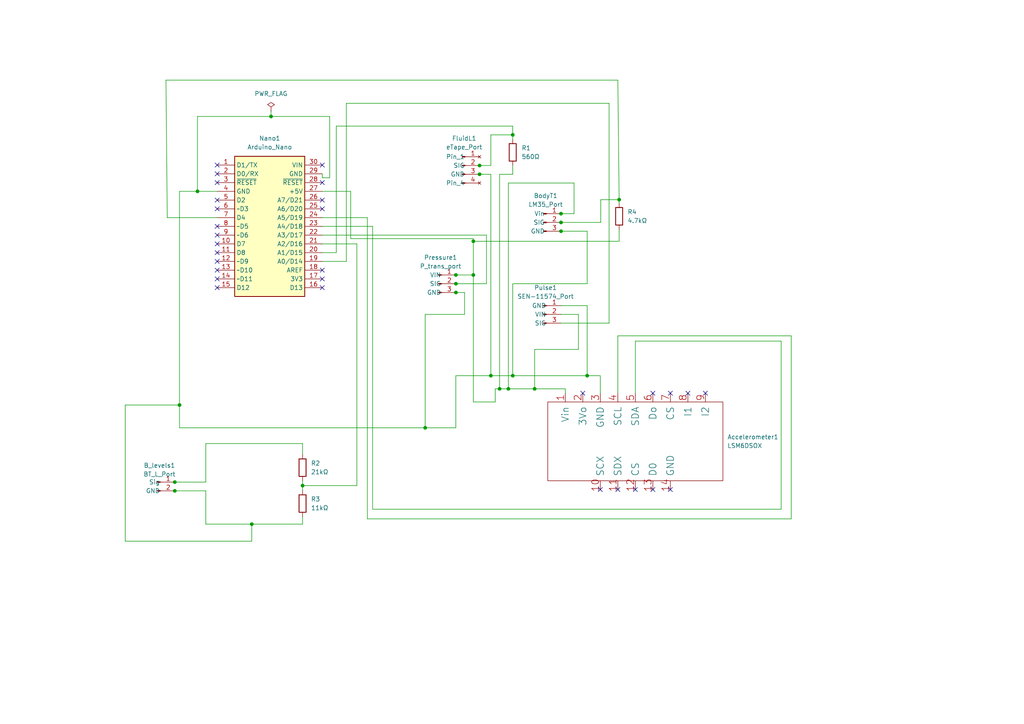
<source format=kicad_sch>
(kicad_sch (version 20211123) (generator eeschema)
  (paper "A4")
  (title_block (title "Sensor Node Schematic "))
  (lib_symbols
    (symbol "Arduino:Arduino_Nano"
      (property "Reference" "U" (at -10.16 24.13 0))
      (property "Value" "Arduino_Nano" (at -10.16 22.86 0))
      (symbol "Arduino_Nano_0_1"
        (rectangle (start -10.16 20.32) (end 10.16 -20.32) (stroke (width 0.254)) (fill (type background)))
      )
      (symbol "Arduino_Nano_1_1"
        (pin bidirectional line (at -15.24 17.78 0) (length 5.08) (name "D1/TX") (number "1"))
        (pin bidirectional line (at -15.24 -5.08 0) (length 5.08) (name "D7") (number "10"))
        (pin bidirectional line (at -15.24 -7.62 0) (length 5.08) (name "D8") (number "11"))
        (pin bidirectional line (at -15.24 -10.16 0) (length 5.08) (name "~D9") (number "12"))
        (pin bidirectional line (at -15.24 -12.7 0) (length 5.08) (name "~D10") (number "13"))
        (pin bidirectional line (at -15.24 -15.24 0) (length 5.08) (name "~D11") (number "14"))
        (pin bidirectional line (at -15.24 -17.78 0) (length 5.08) (name "D12") (number "15"))
        (pin bidirectional line (at 15.24 -17.78 180) (length 5.08) (name "D13") (number "16"))
        (pin power_out line (at 15.24 -15.24 180) (length 5.08) (name "3V3") (number "17"))
        (pin input line (at 15.24 -12.7 180) (length 5.08) (name "AREF") (number "18"))
        (pin bidirectional line (at 15.24 -10.16 180) (length 5.08) (name "A0/D14") (number "19"))
        (pin bidirectional line (at -15.24 15.24 0) (length 5.08) (name "D0/RX") (number "2"))
        (pin bidirectional line (at 15.24 -7.62 180) (length 5.08) (name "A1/D15") (number "20"))
        (pin bidirectional line (at 15.24 -5.08 180) (length 5.08) (name "A2/D16") (number "21"))
        (pin bidirectional line (at 15.24 -2.54 180) (length 5.08) (name "A3/D17") (number "22"))
        (pin bidirectional line (at 15.24 0 180) (length 5.08) (name "A4/D18") (number "23"))
        (pin bidirectional line (at 15.24 2.54 180) (length 5.08) (name "A5/D19") (number "24"))
        (pin bidirectional line (at 15.24 5.08 180) (length 5.08) (name "A6/D20") (number "25"))
        (pin bidirectional line (at 15.24 7.62 180) (length 5.08) (name "A7/D21") (number "26"))
        (pin power_out line (at 15.24 10.16 180) (length 5.08) (name "+5V") (number "27"))
        (pin input line (at 15.24 12.7 180) (length 5.08) (name "~{RESET}") (number "28"))
        (pin power_in line (at 15.24 15.24 180) (length 5.08) (name "GND") (number "29"))
        (pin input line (at -15.24 12.7 0) (length 5.08) (name "~{RESET}") (number "3"))
        (pin power_in line (at 15.24 17.78 180) (length 5.08) (name "VIN") (number "30"))
        (pin power_in line (at -15.24 10.16 0) (length 5.08) (name "GND") (number "4"))
        (pin bidirectional line (at -15.24 7.62 0) (length 5.08) (name "D2") (number "5"))
        (pin bidirectional line (at -15.24 5.08 0) (length 5.08) (name "~D3") (number "6"))
        (pin bidirectional line (at -15.24 2.54 0) (length 5.08) (name "D4") (number "7"))
        (pin bidirectional line (at -15.24 0 0) (length 5.08) (name "~D5") (number "8"))
        (pin bidirectional line (at -15.24 -2.54 0) (length 5.08) (name "~D6") (number "9"))
      )
    )
    (symbol "Device:R" (pin_numbers hide) (pin_names (offset 0))
      (property "Reference" "R" (at 2.032 0 90))
      (property "Value" "R" (at 0 0 90))
      (symbol "R_0_1"
        (rectangle (start -1.016 -2.54) (end 1.016 2.54) (stroke (width 0.254)))
      )
      (symbol "R_1_1"
        (pin passive line (at 0 3.81 270) (length 1.27) (name "~") (number "1"))
        (pin passive line (at 0 -3.81 90) (length 1.27) (name "~") (number "2"))
      )
    )
    (symbol "My Schematic library:BT_L_Port"
      (property "Reference" "B_levels" (at 0 2.54 0))
      (property "Value" "BT_L_Port" (at 0 0 0))
      (symbol "BT_L_Port_1_1"
        (polyline (pts (xy 1.6764 -5.207) (xy 1.27 -5.207)) (stroke (width 0.1524)))
        (polyline (pts (xy 1.6764 -2.667) (xy 1.27 -2.667)) (stroke (width 0.1524)))
        (rectangle (start 1.27 -5.08) (end 0.4064 -5.334) (stroke (width 0.1524)) (fill (type outline)))
        (rectangle (start 1.27 -2.54) (end 0.4064 -2.794) (stroke (width 0.1524)) (fill (type outline)))
        (pin passive line (at 5.4864 -2.667 180) (length 3.81) (name "Sig") (number "1"))
        (pin power_in line (at 5.4864 -5.207 180) (length 3.81) (name "GND") (number "2"))
      )
    )
    (symbol "My Schematic library:LM35_Port" (pin_names (offset 0.9))
      (property "Reference" "BodyT" (at -2.54 5.08 0))
      (property "Value" "LM35_Port" (at 7.62 -5.08 0))
      (symbol "LM35_Port_1_1"
        (rectangle (start 0 -2.54) (end -0.8636 -2.794) (stroke (width 0.1524)) (fill (type outline)))
        (rectangle (start 0 0) (end -0.8636 -0.254) (stroke (width 0.1524)) (fill (type outline)))
        (polyline (pts (xy 0.4064 -2.667) (xy 0 -2.667)) (stroke (width 0.1524)))
        (polyline (pts (xy 0.4064 -0.127) (xy 0 -0.127)) (stroke (width 0.1524)))
        (polyline (pts (xy 0.4064 2.413) (xy 0 2.413)) (stroke (width 0.1524)))
        (rectangle (start 0 2.54) (end -0.8636 2.286) (stroke (width 0.1524)) (fill (type outline)))
        (pin power_in line (at 4.2164 2.413 180) (length 3.81) (name "Vin") (number "1"))
        (pin passive line (at 4.2164 -0.127 180) (length 3.81) (name "SIG") (number "2"))
        (pin power_in line (at 4.2164 -2.667 180) (length 3.81) (name "GND") (number "3"))
      )
    )
    (symbol "My Schematic library:LSM6DSOX" (pin_names (offset 1.27))
      (property "Reference" "U" (at -22.86 12.7 0))
      (property "Value" "LSM6DSOX" (at 20.32 -15.24 0))
      (symbol "LSM6DSOX_0_1"
        (rectangle (start -22.86 10.16) (end 27.94 -12.7))
      )
      (symbol "LSM6DSOX_1_1"
        (pin power_in line (at -17.78 12.7 270) (length 2.54) (name "Vin") (number "1"))
        (pin input line (at -7.62 -15.24 90) (length 2.54) (name "SCX") (number "10"))
        (pin bidirectional line (at -2.54 -15.24 90) (length 2.54) (name "SDX") (number "11"))
        (pin input line (at 2.54 -15.24 90) (length 2.54) (name "CS") (number "12"))
        (pin input line (at 7.62 -15.24 90) (length 2.54) (name "D0") (number "13"))
        (pin input line (at 12.7 -15.24 90) (length 2.54) (name "GND") (number "14"))
        (pin power_in line (at -12.7 12.7 270) (length 2.54) (name "3Vo") (number "2"))
        (pin power_in line (at -7.62 12.7 270) (length 2.54) (name "GND") (number "3"))
        (pin input line (at -2.54 12.7 270) (length 2.54) (name "SCL") (number "4"))
        (pin bidirectional line (at 2.54 12.7 270) (length 2.54) (name "SDA") (number "5"))
        (pin input line (at 7.62 12.7 270) (length 2.54) (name "Do") (number "6"))
        (pin input line (at 12.7 12.7 270) (length 2.54) (name "CS") (number "7"))
        (pin input line (at 17.78 12.7 270) (length 2.54) (name "I1") (number "8"))
        (pin input line (at 22.86 12.7 270) (length 2.54) (name "I2") (number "9"))
      )
    )
    (symbol "My Schematic library:P_trans_port"
      (property "Reference" "U" (at -5.08 5.08 0))
      (property "Value" "P_trans_port" (at 5.08 -5.08 0))
      (symbol "P_trans_port_1_1"
        (rectangle (start 0 -2.54) (end -0.8636 -2.794) (stroke (width 0.1524)) (fill (type outline)))
        (rectangle (start 0 0) (end -0.8636 -0.254) (stroke (width 0.1524)) (fill (type outline)))
        (polyline (pts (xy 0.4064 -2.667) (xy 0 -2.667)) (stroke (width 0.1524)))
        (polyline (pts (xy 0.4064 -0.127) (xy 0 -0.127)) (stroke (width 0.1524)))
        (polyline (pts (xy 0.4064 2.413) (xy 0 2.413)) (stroke (width 0.1524)))
        (rectangle (start 0 2.54) (end -0.8636 2.286) (stroke (width 0.1524)) (fill (type outline)))
        (pin power_in line (at 4.2164 2.413 180) (length 3.81) (name "VIN") (number "1"))
        (pin bidirectional line (at 4.2164 -0.127 180) (length 3.81) (name "SIG") (number "2"))
        (pin power_in line (at 4.2164 -2.667 180) (length 3.81) (name "GND") (number "3"))
      )
    )
    (symbol "My Schematic library:SEN-11574_Port"
      (property "Reference" "Pulse1" (at -0.2286 7.62 0))
      (property "Value" "SEN-11574_Port" (at -0.2286 5.08 0))
      (symbol "SEN-11574_Port_1_1"
        (rectangle (start 0 -2.54) (end -0.8636 -2.794) (stroke (width 0.1524)) (fill (type outline)))
        (rectangle (start 0 0) (end -0.8636 -0.254) (stroke (width 0.1524)) (fill (type outline)))
        (polyline (pts (xy 0.4064 -2.667) (xy 0 -2.667)) (stroke (width 0.1524)))
        (polyline (pts (xy 0.4064 -0.127) (xy 0 -0.127)) (stroke (width 0.1524)))
        (polyline (pts (xy 0.4064 2.413) (xy 0 2.413)) (stroke (width 0.1524)))
        (rectangle (start 0 2.54) (end -0.8636 2.286) (stroke (width 0.1524)) (fill (type outline)))
        (pin power_in line (at 4.2164 2.413 180) (length 3.81) (name "GND") (number "1"))
        (pin power_in line (at 4.2164 -0.127 180) (length 3.81) (name "VIN") (number "2"))
        (pin bidirectional line (at 4.2164 -2.667 180) (length 3.81) (name "SIG") (number "3"))
      )
    )
    (symbol "My Schematic library:eTape_Port"
      (property "Reference" "FluidL1" (at -0.2286 7.62 0))
      (property "Value" "eTape_Port" (at -0.2286 5.08 0))
      (symbol "eTape_Port_1_1"
        (rectangle (start 0 -5.08) (end -0.8636 -5.334) (stroke (width 0.1524)) (fill (type outline)))
        (rectangle (start 0 -2.54) (end -0.8636 -2.794) (stroke (width 0.1524)) (fill (type outline)))
        (rectangle (start 0 0) (end -0.8636 -0.254) (stroke (width 0.1524)) (fill (type outline)))
        (polyline (pts (xy 0.4064 -5.207) (xy 0 -5.207)) (stroke (width 0.1524)))
        (polyline (pts (xy 0.4064 -2.667) (xy 0 -2.667)) (stroke (width 0.1524)))
        (polyline (pts (xy 0.4064 -0.127) (xy 0 -0.127)) (stroke (width 0.1524)))
        (polyline (pts (xy 0.4064 2.413) (xy 0 2.413)) (stroke (width 0.1524)))
        (rectangle (start 0 2.54) (end -0.8636 2.286) (stroke (width 0.1524)) (fill (type outline)))
        (pin no_connect line (at 4.2164 2.413 180) (length 3.81) (name "Pin_1") (number "1"))
        (pin passive line (at 4.2164 -0.127 180) (length 3.81) (name "SIG") (number "2"))
        (pin power_in line (at 4.2164 -2.667 180) (length 3.81) (name "GND") (number "3"))
        (pin no_connect line (at 4.2164 -5.207 180) (length 3.81) (name "Pin_4") (number "4"))
      )
    )
    (symbol "power:PWR_FLAG" (power) (pin_numbers hide) (pin_names (offset 0) hide)
      (property "Value" "PWR_FLAG" (at 0 3.81 0))
      (symbol "PWR_FLAG_0_0"
        (pin power_out line (at 0 0 90) (length 0) (name "pwr") (number "1"))
      )
      (symbol "PWR_FLAG_0_1"
        (polyline (pts (xy 0 0) (xy 0 1.27) (xy -1.016 1.905) (xy 0 2.54) (xy 1.016 1.905) (xy 0 1.27)))
      )
    )
  )
  (junction (at 155.067 112.776))
  (junction (at 132.2324 79.756))
  (junction (at 73.025 152.019))
  (junction (at 139.0904 48.006))
  (junction (at 123.317 124.079))
  (junction (at 78.613 33.782))
  (junction (at 50.6984 139.827))
  (junction (at 179.578 57.912))
  (junction (at 132.2324 84.836))
  (junction (at 57.277 55.499))
  (junction (at 132.2324 82.296))
  (junction (at 50.6984 142.367))
  (junction (at 142.367 108.966))
  (junction (at 148.717 108.966))
  (junction (at 170.307 108.966))
  (junction (at 144.907 112.776))
  (junction (at 137.287 79.756))
  (junction (at 147.447 112.776))
  (junction (at 137.287 69.977))
  (junction (at 162.7124 67.056))
  (junction (at 139.0904 50.546))
  (junction (at 87.757 140.843))
  (junction (at 162.7124 64.516))
  (junction (at 148.717 39.116))
  (junction (at 52.07 117.475))
  (junction (at 162.7124 61.976))
  (no_connect (at 93.472 60.579))
  (no_connect (at 62.992 68.199))
  (no_connect (at 62.992 75.819))
  (no_connect (at 62.992 73.279))
  (no_connect (at 62.992 70.739))
  (no_connect (at 62.992 65.659))
  (no_connect (at 62.992 60.579))
  (no_connect (at 62.992 83.439))
  (no_connect (at 62.992 80.899))
  (no_connect (at 62.992 78.359))
  (no_connect (at 169.037 114.046))
  (no_connect (at 194.437 114.046))
  (no_connect (at 199.517 114.046))
  (no_connect (at 204.597 114.046))
  (no_connect (at 189.357 114.046))
  (no_connect (at 93.472 52.959))
  (no_connect (at 93.472 58.039))
  (no_connect (at 62.992 47.879))
  (no_connect (at 62.992 50.419))
  (no_connect (at 62.992 52.959))
  (no_connect (at 93.472 47.879))
  (no_connect (at 62.992 58.039))
  (no_connect (at 93.472 80.899))
  (no_connect (at 93.472 83.439))
  (no_connect (at 93.472 78.359))
  (no_connect (at 189.357 141.986))
  (no_connect (at 194.437 141.986))
  (no_connect (at 174.117 141.986))
  (no_connect (at 179.197 141.986))
  (no_connect (at 184.277 141.986))
  (wire (pts (xy 148.717 108.966) (xy 170.307 108.966)))
  (wire (pts (xy 87.757 140.843) (xy 87.757 142.24)))
  (wire (pts (xy 141.097 82.296) (xy 141.097 68.199)))
  (wire (pts (xy 52.07 55.499) (xy 57.277 55.499)))
  (wire (pts (xy 139.065 48.006) (xy 139.0904 48.006)))
  (wire (pts (xy 147.447 53.086) (xy 147.447 112.776)))
  (wire (pts (xy 87.757 139.446) (xy 87.757 140.843)))
  (wire (pts (xy 132.207 108.966) (xy 142.367 108.966)))
  (wire (pts (xy 73.025 156.972) (xy 36.322 156.972)))
  (wire (pts (xy 162.7124 61.976) (xy 166.497 61.976)))
  (wire (pts (xy 36.322 156.972) (xy 36.322 117.475)))
  (wire (pts (xy 78.613 33.782) (xy 78.613 32.258)))
  (wire (pts (xy 52.07 124.079) (xy 123.317 124.079)))
  (wire (pts (xy 184.277 98.933) (xy 226.568 98.933)))
  (wire (pts (xy 132.2324 84.836) (xy 134.747 84.836)))
  (wire (pts (xy 48.514 63.119) (xy 48.133 23.241)))
  (wire (pts (xy 174.244 57.912) (xy 179.578 57.912)))
  (wire (pts (xy 57.277 55.499) (xy 57.277 33.782)))
  (wire (pts (xy 148.717 50.546) (xy 144.907 50.546)))
  (wire (pts (xy 87.757 128.651) (xy 87.757 131.826)))
  (wire (pts (xy 163.957 112.776) (xy 163.957 114.046)))
  (wire (pts (xy 179.197 23.241) (xy 179.578 57.912)))
  (wire (pts (xy 97.536 73.279) (xy 93.472 73.279)))
  (wire (pts (xy 106.553 150.495) (xy 106.553 63.119)))
  (wire (pts (xy 229.489 97.409) (xy 229.489 150.495)))
  (wire (pts (xy 137.287 69.977) (xy 137.287 79.756)))
  (wire (pts (xy 50.6984 142.367) (xy 59.69 142.367)))
  (wire (pts (xy 50.673 139.827) (xy 50.6984 139.827)))
  (wire (pts (xy 100.457 29.972) (xy 100.457 75.819)))
  (wire (pts (xy 174.117 114.046) (xy 174.117 108.966)))
  (wire (pts (xy 73.025 152.019) (xy 73.025 156.972)))
  (wire (pts (xy 170.307 67.056) (xy 170.307 82.296)))
  (wire (pts (xy 50.6984 139.827) (xy 59.69 139.827)))
  (wire (pts (xy 143.637 112.776) (xy 143.637 116.586)))
  (wire (pts (xy 144.907 50.546) (xy 144.907 112.776)))
  (wire (pts (xy 123.317 91.186) (xy 134.747 91.186)))
  (wire (pts (xy 137.287 79.756) (xy 137.287 116.586)))
  (wire (pts (xy 95.631 51.562) (xy 93.472 51.562)))
  (wire (pts (xy 174.117 108.966) (xy 170.307 108.966)))
  (wire (pts (xy 87.757 140.843) (xy 103.505 140.843)))
  (wire (pts (xy 134.747 84.836) (xy 134.747 91.186)))
  (wire (pts (xy 166.497 53.086) (xy 147.447 53.086)))
  (wire (pts (xy 144.907 112.776) (xy 147.447 112.776)))
  (wire (pts (xy 143.637 112.776) (xy 144.907 112.776)))
  (wire (pts (xy 229.489 150.495) (xy 106.553 150.495)))
  (wire (pts (xy 101.727 69.215) (xy 101.727 55.499)))
  (wire (pts (xy 174.244 64.516) (xy 174.244 57.912)))
  (wire (pts (xy 87.757 152.019) (xy 87.757 149.86)))
  (wire (pts (xy 179.578 57.912) (xy 179.578 58.928)))
  (wire (pts (xy 137.287 69.215) (xy 137.287 69.977)))
  (wire (pts (xy 162.7124 64.516) (xy 174.244 64.516)))
  (wire (pts (xy 59.69 128.651) (xy 87.757 128.651)))
  (wire (pts (xy 148.717 39.116) (xy 148.717 36.576)))
  (wire (pts (xy 93.472 51.562) (xy 93.472 50.419)))
  (wire (pts (xy 52.07 117.475) (xy 52.07 55.499)))
  (wire (pts (xy 170.307 82.296) (xy 148.717 82.296)))
  (wire (pts (xy 59.69 139.827) (xy 59.69 128.651)))
  (wire (pts (xy 132.207 84.836) (xy 132.2324 84.836)))
  (wire (pts (xy 142.367 50.546) (xy 142.367 108.966)))
  (wire (pts (xy 184.277 98.933) (xy 184.277 114.046)))
  (wire (pts (xy 162.687 88.646) (xy 170.307 88.646)))
  (wire (pts (xy 170.307 88.646) (xy 170.307 108.966)))
  (wire (pts (xy 52.07 124.079) (xy 52.07 117.475)))
  (wire (pts (xy 139.065 50.546) (xy 139.0904 50.546)))
  (wire (pts (xy 139.0904 48.006) (xy 142.367 48.006)))
  (wire (pts (xy 162.7124 67.056) (xy 170.307 67.056)))
  (wire (pts (xy 162.687 64.516) (xy 162.7124 64.516)))
  (wire (pts (xy 162.687 61.976) (xy 162.7124 61.976)))
  (wire (pts (xy 97.536 36.576) (xy 148.717 36.576)))
  (wire (pts (xy 148.717 39.116) (xy 148.717 40.386)))
  (wire (pts (xy 50.673 142.367) (xy 50.6984 142.367)))
  (wire (pts (xy 139.0904 50.546) (xy 142.367 50.546)))
  (wire (pts (xy 176.657 29.972) (xy 176.657 93.726)))
  (wire (pts (xy 147.447 112.776) (xy 155.067 112.776)))
  (wire (pts (xy 108.077 65.659) (xy 108.077 147.701)))
  (wire (pts (xy 57.277 33.782) (xy 78.613 33.782)))
  (wire (pts (xy 142.367 108.966) (xy 148.717 108.966)))
  (wire (pts (xy 137.287 116.586) (xy 143.637 116.586)))
  (wire (pts (xy 59.69 142.367) (xy 59.69 152.019)))
  (wire (pts (xy 78.613 33.782) (xy 95.631 33.782)))
  (wire (pts (xy 93.472 55.499) (xy 101.727 55.499)))
  (wire (pts (xy 48.133 23.241) (xy 179.197 23.241)))
  (wire (pts (xy 93.472 63.119) (xy 106.553 63.119)))
  (wire (pts (xy 73.025 152.019) (xy 87.757 152.019)))
  (wire (pts (xy 179.197 97.409) (xy 229.489 97.409)))
  (wire (pts (xy 179.197 97.409) (xy 179.197 114.046)))
  (wire (pts (xy 142.367 39.116) (xy 142.367 48.006)))
  (wire (pts (xy 162.687 91.186) (xy 167.767 91.186)))
  (wire (pts (xy 123.317 124.079) (xy 132.207 124.079)))
  (wire (pts (xy 132.2324 82.296) (xy 141.097 82.296)))
  (wire (pts (xy 141.097 68.199) (xy 93.472 68.199)))
  (wire (pts (xy 132.207 79.756) (xy 132.2324 79.756)))
  (wire (pts (xy 103.505 70.739) (xy 103.505 140.843)))
  (wire (pts (xy 166.497 61.976) (xy 166.497 53.086)))
  (wire (pts (xy 179.578 66.548) (xy 179.578 69.977)))
  (wire (pts (xy 108.077 147.701) (xy 226.568 147.701)))
  (wire (pts (xy 148.717 82.296) (xy 148.717 108.966)))
  (wire (pts (xy 155.067 112.776) (xy 163.957 112.776)))
  (wire (pts (xy 155.067 101.346) (xy 155.067 112.776)))
  (wire (pts (xy 132.207 124.079) (xy 132.207 108.966)))
  (wire (pts (xy 167.767 91.186) (xy 167.767 101.346)))
  (wire (pts (xy 36.322 117.475) (xy 52.07 117.475)))
  (wire (pts (xy 132.207 82.296) (xy 132.2324 82.296)))
  (wire (pts (xy 95.631 33.782) (xy 95.631 51.562)))
  (wire (pts (xy 93.472 65.659) (xy 108.077 65.659)))
  (wire (pts (xy 167.767 101.346) (xy 155.067 101.346)))
  (wire (pts (xy 162.687 93.726) (xy 176.657 93.726)))
  (wire (pts (xy 162.687 67.056) (xy 162.7124 67.056)))
  (wire (pts (xy 101.727 69.215) (xy 137.287 69.215)))
  (wire (pts (xy 59.69 152.019) (xy 73.025 152.019)))
  (wire (pts (xy 148.717 48.006) (xy 148.717 50.546)))
  (wire (pts (xy 226.568 98.933) (xy 226.568 147.701)))
  (wire (pts (xy 132.2324 79.756) (xy 137.287 79.756)))
  (wire (pts (xy 142.367 39.116) (xy 148.717 39.116)))
  (wire (pts (xy 57.277 55.499) (xy 62.992 55.499)))
  (wire (pts (xy 97.536 36.576) (xy 97.536 73.279)))
  (wire (pts (xy 93.472 75.819) (xy 100.457 75.819)))
  (wire (pts (xy 62.992 63.119) (xy 48.514 63.119)))
  (wire (pts (xy 137.287 69.977) (xy 179.578 69.977)))
  (wire (pts (xy 100.457 29.972) (xy 176.657 29.972)))
  (wire (pts (xy 123.317 91.186) (xy 123.317 124.079)))
  (wire (pts (xy 93.472 70.739) (xy 103.505 70.739)))
  (symbol (lib_id "My Schematic library:LM35_Port") (at 158.496 64.389 0) (unit 1)
    (property "Reference" "BodyT1" (at 158.2674 56.769 0))
    (property "Value" "LM35_Port" (at 158.2674 59.309 0))
    (property "Footprint" "Connector_PinHeader_2.54mm:PinHeader_1x03_P2.54mm_Vertical" (effects hide))
  )
  (symbol (lib_id "My Schematic library:SEN-11574_Port") (at 158.4706 91.059 0) (unit 1)
    (property "Reference" "Pulse1" (at 158.242 83.439 0))
    (property "Value" "SEN-11574_Port" (at 158.242 85.979 0))
    (property "Footprint" "Connector_PinHeader_2.54mm:PinHeader_1x03_P2.54mm_Vertical" (effects hide))
  )
  (symbol (lib_id "Device:R") (at 87.757 135.636 0) (unit 1)
    (property "Reference" "R2" (at 90.17 134.3659 0) (effects (justify left)))
    (property "Value" "21kΩ" (at 90.17 136.9059 0) (effects (justify left)))
    (property "Footprint" "Resistor_THT:R_Axial_DIN0207_L6.3mm_D2.5mm_P7.62mm_Horizontal" (effects hide))
  )
  (symbol (lib_id "Device:R") (at 148.717 44.196 0) (unit 1)
    (property "Reference" "R1" (at 151.257 42.9259 0) (effects (justify left)))
    (property "Value" "560Ω" (at 151.257 45.4659 0) (effects (justify left)))
    (property "Footprint" "Resistor_THT:R_Axial_DIN0207_L6.3mm_D2.5mm_P7.62mm_Horizontal" (effects hide))
  )
  (symbol (lib_id "My Schematic library:eTape_Port") (at 134.874 47.879 0) (unit 1)
    (property "Reference" "FluidL1" (at 134.6454 40.132 0))
    (property "Value" "eTape_Port" (at 134.6454 42.672 0))
    (property "Footprint" "Connector_PinHeader_2.54mm:PinHeader_1x04_P2.54mm_Vertical" (effects hide))
  )
  (symbol (lib_id "My Schematic library:LSM6DSOX") (at 181.737 126.746 0) (unit 1)
    (property "Reference" "Accelerometer1" (at 210.947 126.7459 0) (effects (justify left)))
    (property "Value" "LSM6DSOX" (at 210.947 129.2859 0) (effects (justify left)))
    (property "Footprint" "My_footprints_Library:LSM6DSOX" (effects hide))
  )
  (symbol (lib_id "Device:R") (at 87.757 146.05 0) (unit 1)
    (property "Reference" "R3" (at 90.17 144.7799 0) (effects (justify left)))
    (property "Value" "11kΩ" (at 90.17 147.3199 0) (effects (justify left)))
    (property "Footprint" "Resistor_THT:R_Axial_DIN0207_L6.3mm_D2.5mm_P7.62mm_Horizontal" (effects hide))
  )
  (symbol (lib_id "My Schematic library:BT_L_Port") (at 45.212 137.16 0) (unit 1)
    (property "Reference" "B_levels1" (at 46.2534 135.001 0))
    (property "Value" "BT_L_Port" (at 46.2534 137.541 0))
    (property "Footprint" "Connector_PinHeader_2.54mm:PinHeader_1x02_P2.54mm_Vertical" (effects hide))
  )
  (symbol (lib_id "Device:R") (at 179.578 62.738 0) (unit 1)
    (property "Reference" "R4" (at 181.991 61.4679 0) (effects (justify left)))
    (property "Value" "4.7kΩ" (at 181.991 64.0079 0) (effects (justify left)))
    (property "Footprint" "Resistor_THT:R_Axial_DIN0207_L6.3mm_D2.5mm_P7.62mm_Horizontal" (effects hide))
  )
  (symbol (lib_id "Arduino:Arduino_Nano") (at 78.232 65.659 0) (unit 1)
    (property "Reference" "Nano1" (at 78.232 40.132 0))
    (property "Value" "Arduino_Nano" (at 78.232 42.672 0))
    (property "Footprint" "Arduino:Arduino_Nano" (effects hide))
    (property "Datasheet" "https://store.arduino.cc/usa/arduino-nano" (effects hide))
  )
  (symbol (lib_id "My Schematic library:P_trans_port") (at 128.016 82.169 0) (unit 1)
    (property "Reference" "Pressure1" (at 127.7874 74.676 0))
    (property "Value" "P_trans_port" (at 127.7874 77.216 0))
    (property "Footprint" "Connector_PinHeader_2.54mm:PinHeader_1x03_P2.54mm_Vertical" (effects hide))
  )
  (symbol (lib_id "power:PWR_FLAG") (at 78.613 32.258 0) (unit 1)
    (property "Reference" "#FLG02" (effects hide))
    (property "Value" "PWR_FLAG" (at 78.613 27.178 0))
  )
)
</source>
